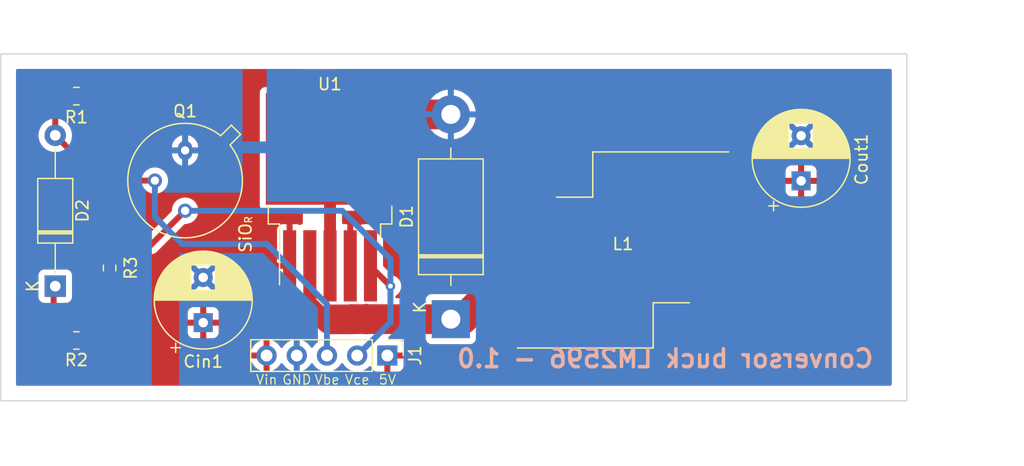
<source format=kicad_pcb>
(kicad_pcb (version 20211014) (generator pcbnew)
  (layers (0 "F.Cu" signal) (31 "B.Cu" signal) (34 "B.Paste" user) (35 "F.Paste" user) (36 "B.SilkS" user "B.Silkscreen") (37 "F.SilkS" user "F.Silkscreen") (38 "B.Mask" user) (39 "F.Mask" user) (44 "Edge.Cuts" user))
  (net 0 "")
  (net 1 "GND")
  (net 2 "/+5V")
  (net 3 "Net-(D2-Pad1)")
  (net 4 "/Vbe")
  (net 5 "/Vce")
  (net 6 "/Vin")
  (net 7 "/Vout")
  (footprint "Package_TO_SOT_THT:TO-39-3" (layer "F.Cu") (at 143.764 110.998 -90)
    (fp_text reference "Q1" (at -3.302 0 180) (layer "F.SilkS"))
    (fp_text value "2N2222")
    (fp_line (start -1.348039 -4.665856) (end -2.125856 -3.888039) (layer "F.SilkS") (width 0.12))
    (fp_line (start -2.125856 -3.888039) (end -1.234902 -2.997084) (layer "F.SilkS") (width 0.12))
    (fp_line (start -0.457084 -3.774902) (end -1.348039 -4.665856) (layer "F.SilkS") (width 0.12))
    (fp_arc (start -0.457084 -3.774902) (mid 5.948125 3.408384) (end -1.234674 -2.997371) (layer "F.SilkS") (width 0.12))
    (pad "1" thru_hole oval (at 0 0 270) (size 1.6 1.2) (drill 0.7) (layers *.Cu *.Mask) (net 1 "GND"))
    (pad "2" thru_hole oval (at 2.54 2.54 270) (size 1.2 1.2) (drill 0.7) (layers *.Cu *.Mask) (net 4 "/Vbe"))
    (pad "3" thru_hole oval (at 5.08 0 270) (size 1.2 1.2) (drill 0.7) (layers *.Cu *.Mask) (net 5 "/Vce"))
  )
  (footprint "Capacitor_THT:CP_Radial_D8.0mm_P3.80mm" (layer "F.Cu") (at 145.288 125.500651 90)
    (fp_text reference "Cin1" (at -3.277349 0 180) (layer "F.SilkS"))
    (fp_text value "560 uF")
    (fp_line (start 5.941 -0.768) (end 5.941 0.768) (layer "F.SilkS") (width 0.12))
    (fp_line (start 2.54 -4.03) (end 2.54 4.03) (layer "F.SilkS") (width 0.12))
    (fp_line (start 3.421 -3.79) (end 3.421 -1.04) (layer "F.SilkS") (width 0.12))
    (fp_line (start 5.381 -2.166) (end 5.381 2.166) (layer "F.SilkS") (width 0.12))
    (fp_line (start 2.661 -4.01) (end 2.661 4.01) (layer "F.SilkS") (width 0.12))
    (fp_line (start -2.109698 -2.715) (end -2.109698 -1.915) (layer "F.SilkS") (width 0.12))
    (fp_line (start 2.18 -4.071) (end 2.18 4.071) (layer "F.SilkS") (width 0.12))
    (fp_line (start 3.061 1.04) (end 3.061 3.914) (layer "F.SilkS") (width 0.12))
    (fp_line (start 4.021 1.04) (end 4.021 3.493) (layer "F.SilkS") (width 0.12))
    (fp_line (start 5.541 -1.89) (end 5.541 1.89) (layer "F.SilkS") (width 0.12))
    (fp_line (start 3.261 -3.85) (end 3.261 -1.04) (layer "F.SilkS") (width 0.12))
    (fp_line (start 4.261 -3.338) (end 4.261 -1.04) (layer "F.SilkS") (width 0.12))
    (fp_line (start 2.1 -4.076) (end 2.1 4.076) (layer "F.SilkS") (width 0.12))
    (fp_line (start 4.501 1.04) (end 4.501 3.156) (layer "F.SilkS") (width 0.12))
    (fp_line (start 2.42 -4.048) (end 2.42 4.048) (layer "F.SilkS") (width 0.12))
    (fp_line (start 4.821 1.04) (end 4.821 2.867) (layer "F.SilkS") (width 0.12))
    (fp_line (start 3.541 1.04) (end 3.541 3.74) (layer "F.SilkS") (width 0.12))
    (fp_line (start 4.341 -3.28) (end 4.341 -1.04) (layer "F.SilkS") (width 0.12))
    (fp_line (start 4.661 1.04) (end 4.661 3.019) (layer "F.SilkS") (width 0.12))
    (fp_line (start 4.261 1.04) (end 4.261 3.338) (layer "F.SilkS") (width 0.12))
    (fp_line (start 4.821 -2.867) (end 4.821 -1.04) (layer "F.SilkS") (width 0.12))
    (fp_line (start 5.221 -2.4) (end 5.221 2.4) (layer "F.SilkS") (width 0.12))
    (fp_line (start 2.781 -3.985) (end 2.781 -1.04) (layer "F.SilkS") (width 0.12))
    (fp_line (start 3.341 -3.821) (end 3.341 -1.04) (layer "F.SilkS") (width 0.12))
    (fp_line (start 2.901 -3.957) (end 2.901 -1.04) (layer "F.SilkS") (width 0.12))
    (fp_line (start 4.141 -3.418) (end 4.141 -1.04) (layer "F.SilkS") (width 0.12))
    (fp_line (start 2.58 -4.024) (end 2.58 4.024) (layer "F.SilkS") (width 0.12))
    (fp_line (start 4.061 1.04) (end 4.061 3.469) (layer "F.SilkS") (width 0.12))
    (fp_line (start 4.621 1.04) (end 4.621 3.055) (layer "F.SilkS") (width 0.12))
    (fp_line (start 4.541 1.04) (end 4.541 3.124) (layer "F.SilkS") (width 0.12))
    (fp_line (start 2.941 1.04) (end 2.941 3.947) (layer "F.SilkS") (width 0.12))
    (fp_line (start 2.02 -4.079) (end 2.02 4.079) (layer "F.SilkS") (width 0.12))
    (fp_line (start 4.741 1.04) (end 4.741 2.945) (layer "F.SilkS") (width 0.12))
    (fp_line (start 3.301 -3.835) (end 3.301 -1.04) (layer "F.SilkS") (width 0.12))
    (fp_line (start 5.741 -1.453) (end 5.741 1.453) (layer "F.SilkS") (width 0.12))
    (fp_line (start 4.461 1.04) (end 4.461 3.189) (layer "F.SilkS") (width 0.12))
    (fp_line (start 4.701 1.04) (end 4.701 2.983) (layer "F.SilkS") (width 0.12))
    (fp_line (start 3.741 1.04) (end 3.741 3.647) (layer "F.SilkS") (width 0.12))
    (fp_line (start 3.261 1.04) (end 3.261 3.85) (layer "F.SilkS") (width 0.12))
    (fp_line (start 3.061 -3.914) (end 3.061 -1.04) (layer "F.SilkS") (width 0.12))
    (fp_line (start 3.141 -3.889) (end 3.141 -1.04) (layer "F.SilkS") (width 0.12))
    (fp_line (start 5.621 -1.731) (end 5.621 1.731) (layer "F.SilkS") (width 0.12))
    (fp_line (start 4.181 -3.392) (end 4.181 -1.04) (layer "F.SilkS") (width 0.12))
    (fp_line (start 3.181 1.04) (end 3.181 3.877) (layer "F.SilkS") (width 0.12))
    (fp_line (start 5.661 -1.645) (end 5.661 1.645) (layer "F.SilkS") (width 0.12))
    (fp_line (start 4.701 -2.983) (end 4.701 -1.04) (layer "F.SilkS") (width 0.12))
    (fp_line (start 3.021 -3.925) (end 3.021 -1.04) (layer "F.SilkS") (width 0.12))
    (fp_line (start 3.381 1.04) (end 3.381 3.805) (layer "F.SilkS") (width 0.12))
    (fp_line (start 5.821 -1.229) (end 5.821 1.229) (layer "F.SilkS") (width 0.12))
    (fp_line (start 2.06 -4.077) (end 2.06 4.077) (layer "F.SilkS") (width 0.12))
    (fp_line (start 2.981 1.04) (end 2.981 3.936) (layer "F.SilkS") (width 0.12))
    (fp_line (start 4.981 -2.697) (end 4.981 2.697) (layer "F.SilkS") (width 0.12))
    (fp_line (start 4.301 1.04) (end 4.301 3.309) (layer "F.SilkS") (width 0.12))
    (fp_line (start 1.9 -4.08) (end 1.9 4.08) (layer "F.SilkS") (width 0.12))
    (fp_line (start 3.301 1.04) (end 3.301 3.835) (layer "F.SilkS") (width 0.12))
    (fp_line (start 4.541 -3.124) (end 4.541 -1.04) (layer "F.SilkS") (width 0.12))
    (fp_line (start 2.701 -4.002) (end 2.701 4.002) (layer "F.SilkS") (width 0.12))
    (fp_line (start 4.181 1.04) (end 4.181 3.392) (layer "F.SilkS") (width 0.12))
    (fp_line (start 2.34 -4.057) (end 2.34 4.057) (layer "F.SilkS") (width 0.12))
    (fp_line (start 4.381 -3.25) (end 4.381 -1.04) (layer "F.SilkS") (width 0.12))
    (fp_line (start 3.621 1.04) (end 3.621 3.704) (layer "F.SilkS") (width 0.12))
    (fp_line (start 4.941 -2.741) (end 4.941 2.741) (layer "F.SilkS") (width 0.12))
    (fp_line (start 2.621 -4.017) (end 2.621 4.017) (layer "F.SilkS") (width 0.12))
    (fp_line (start 5.901 -0.948) (end 5.901 0.948) (layer "F.SilkS") (width 0.12))
    (fp_line (start 3.341 1.04) (end 3.341 3.821) (layer "F.SilkS") (width 0.12))
    (fp_line (start 5.021 -2.651) (end 5.021 2.651) (layer "F.SilkS") (width 0.12))
    (fp_line (start 3.901 1.04) (end 3.901 3.562) (layer "F.SilkS") (width 0.12))
    (fp_line (start 3.621 -3.704) (end 3.621 -1.04) (layer "F.SilkS") (width 0.12))
    (fp_line (start 3.541 -3.74) (end 3.541 -1.04) (layer "F.SilkS") (width 0.12))
    (fp_line (start 2.941 -3.947) (end 2.941 -1.04) (layer "F.SilkS") (width 0.12))
    (fp_line (start 3.661 1.04) (end 3.661 3.686) (layer "F.SilkS") (width 0.12))
    (fp_line (start 3.661 -3.686) (end 3.661 -1.04) (layer "F.SilkS") (width 0.12))
    (fp_line (start 4.101 1.04) (end 4.101 3.444) (layer "F.SilkS") (width 0.12))
    (fp_line (start 3.861 1.04) (end 3.861 3.584) (layer "F.SilkS") (width 0.12))
    (fp_line (start 2.3 -4.061) (end 2.3 4.061) (layer "F.SilkS") (width 0.12))
    (fp_line (start 5.501 -1.964) (end 5.501 1.964) (layer "F.SilkS") (width 0.12))
    (fp_line (start 5.101 -2.556) (end 5.101 2.556) (layer "F.SilkS") (width 0.12))
    (fp_line (start 3.981 -3.517) (end 3.981 -1.04) (layer "F.SilkS") (width 0.12))
    (fp_line (start 3.421 1.04) (end 3.421 3.79) (layer "F.SilkS") (width 0.12))
    (fp_line (start 4.141 1.04) (end 4.141 3.418) (layer "F.SilkS") (width 0.12))
    (fp_line (start 3.181 -3.877) (end 3.181 -1.04) (layer "F.SilkS") (width 0.12))
    (fp_line (start 3.941 -3.54) (end 3.941 -1.04) (layer "F.SilkS") (width 0.12))
    (fp_line (start 4.661 -3.019) (end 4.661 -1.04) (layer "F.SilkS") (width 0.12))
    (fp_line (start 2.14 -4.074) (end 2.14 4.074) (layer "F.SilkS") (width 0.12))
    (fp_line (start 2.38 -4.052) (end 2.38 4.052) (layer "F.SilkS") (width 0.12))
    (fp_line (start 2.861 -3.967) (end 2.861 -1.04) (layer "F.SilkS") (width 0.12))
    (fp_line (start 4.621 -3.055) (end 4.621 -1.04) (layer "F.SilkS") (width 0.12))
    (fp_line (start 4.301 -3.309) (end 4.301 -1.04) (layer "F.SilkS") (width 0.12))
    (fp_line (start 5.181 -2.454) (end 5.181 2.454) (layer "F.SilkS") (width 0.12))
    (fp_line (start 3.141 1.04) (end 3.141 3.889) (layer "F.SilkS") (width 0.12))
    (fp_line (start 4.581 -3.09) (end 4.581 -1.04) (layer "F.SilkS") (width 0.12))
    (fp_line (start 2.901 1.04) (end 2.901 3.957) (layer "F.SilkS") (width 0.12))
    (fp_line (start 3.901 -3.562) (end 3.901 -1.04) (layer "F.SilkS") (width 0.12))
    (fp_line (start 2.821 1.04) (end 2.821 3.976) (layer "F.SilkS") (width 0.12))
    (fp_line (start 4.781 1.04) (end 4.781 2.907) (layer "F.SilkS") (width 0.12))
    (fp_line (start 3.581 -3.722) (end 3.581 -1.04) (layer "F.SilkS") (width 0.12))
    (fp_line (start 4.421 -3.22) (end 4.421 -1.04) (layer "F.SilkS") (width 0.12))
    (fp_line (start 3.101 1.04) (end 3.101 3.902) (layer "F.SilkS") (width 0.12))
    (fp_line (start 5.461 -2.034) (end 5.461 2.034) (layer "F.SilkS") (width 0.12))
    (fp_line (start 5.581 -1.813) (end 5.581 1.813) (layer "F.SilkS") (width 0.12))
    (fp_line (start 5.701 -1.552) (end 5.701 1.552) (layer "F.SilkS") (width 0.12))
    (fp_line (start 2.46 -4.042) (end 2.46 4.042) (layer "F.SilkS") (width 0.12))
    (fp_line (start 1.94 -4.08) (end 1.94 4.08) (layer "F.SilkS") (width 0.12))
    (fp_line (start 5.301 -2.287) (end 5.301 2.287) (layer "F.SilkS") (width 0.12))
    (fp_line (start 2.821 -3.976) (end 2.821 -1.04) (layer "F.SilkS") (width 0.12))
    (fp_line (start 2.22 -4.068) (end 2.22 4.068) (layer "F.SilkS") (width 0.12))
    (fp_line (start 3.701 -3.666) (end 3.701 -1.04) (layer "F.SilkS") (width 0.12))
    (fp_line (start 3.461 1.04) (end 3.461 3.774) (layer "F.SilkS") (width 0.12))
    (fp_line (start 3.701 1.04) (end 3.701 3.666) (layer "F.SilkS") (width 0.12))
    (fp_line (start 3.501 -3.757) (end 3.501 -1.04) (layer "F.SilkS") (width 0.12))
    (fp_line (start 3.101 -3.902) (end 3.101 -1.04) (layer "F.SilkS") (width 0.12))
    (fp_line (start 3.821 1.04) (end 3.821 3.606) (layer "F.SilkS") (width 0.12))
    (fp_line (start 4.741 -2.945) (end 4.741 -1.04) (layer "F.SilkS") (width 0.12))
    (fp_line (start 4.781 -2.907) (end 4.781 -1.04) (layer "F.SilkS") (width 0.12))
    (fp_line (start 4.061 -3.469) (end 4.061 -1.04) (layer "F.SilkS") (width 0.12))
    (fp_line (start 2.26 -4.065) (end 2.26 4.065) (layer "F.SilkS") (width 0.12))
    (fp_line (start 2.5 -4.037) (end 2.5 4.037) (layer "F.SilkS") (width 0.12))
    (fp_line (start 5.141 -2.505) (end 5.141 2.505) (layer "F.SilkS") (width 0.12))
    (fp_line (start 4.341 1.04) (end 4.341 3.28) (layer "F.SilkS") (width 0.12))
    (fp_line (start 3.781 -3.627) (end 3.781 -1.04) (layer "F.SilkS") (width 0.12))
    (fp_line (start 5.781 -1.346) (end 5.781 1.346) (layer "F.SilkS") (width 0.12))
    (fp_line (start 3.741 -3.647) (end 3.741 -1.04) (layer "F.SilkS") (width 0.12))
    (fp_line (start 3.221 1.04) (end 3.221 3.863) (layer "F.SilkS") (width 0.12))
    (fp_line (start 4.221 -3.365) (end 4.221 -1.04) (layer "F.SilkS") (width 0.12))
    (fp_line (start 2.981 -3.936) (end 2.981 -1.04) (layer "F.SilkS") (width 0.12))
    (fp_line (start 4.901 -2.784) (end 4.901 2.784) (layer "F.SilkS") (width 0.12))
    (fp_line (start 2.741 -3.994) (end 2.741 3.994) (layer "F.SilkS") (width 0.12))
    (fp_line (start 4.501 -3.156) (end 4.501 -1.04) (layer "F.SilkS") (width 0.12))
    (fp_line (start 2.861 1.04) (end 2.861 3.967) (layer "F.SilkS") (width 0.12))
    (fp_line (start 4.381 1.04) (end 4.381 3.25) (layer "F.SilkS") (width 0.12))
    (fp_line (start -2.509698 -2.315) (end -1.709698 -2.315) (layer "F.SilkS") (width 0.12))
    (fp_line (start 5.861 -1.098) (end 5.861 1.098) (layer "F.SilkS") (width 0.12))
    (fp_line (start 5.981 -0.533) (end 5.981 0.533) (layer "F.SilkS") (width 0.12))
    (fp_line (start 3.981 1.04) (end 3.981 3.517) (layer "F.SilkS") (width 0.12))
    (fp_line (start 4.221 1.04) (end 4.221 3.365) (layer "F.SilkS") (width 0.12))
    (fp_line (start 4.581 1.04) (end 4.581 3.09) (layer "F.SilkS") (width 0.12))
    (fp_line (start 3.821 -3.606) (end 3.821 -1.04) (layer "F.SilkS") (width 0.12))
    (fp_line (start 3.501 1.04) (end 3.501 3.757) (layer "F.SilkS") (width 0.12))
    (fp_line (start 2.781 1.04) (end 2.781 3.985) (layer "F.SilkS") (width 0.12))
    (fp_line (start 3.861 -3.584) (end 3.861 -1.04) (layer "F.SilkS") (width 0.12))
    (fp_line (start 4.021 -3.493) (end 4.021 -1.04) (layer "F.SilkS") (width 0.12))
    (fp_line (start 5.421 -2.102) (end 5.421 2.102) (layer "F.SilkS") (width 0.12))
    (fp_line (start 3.381 -3.805) (end 3.381 -1.04) (layer "F.SilkS") (width 0.12))
    (fp_line (start 3.461 -3.774) (end 3.461 -1.04) (layer "F.SilkS") (width 0.12))
    (fp_line (start 4.421 1.04) (end 4.421 3.22) (layer "F.SilkS") (width 0.12))
    (fp_line (start 4.101 -3.444) (end 4.101 -1.04) (layer "F.SilkS") (width 0.12))
    (fp_line (start 1.98 -4.08) (end 1.98 4.08) (layer "F.SilkS") (width 0.12))
    (fp_line (start 3.941 1.04) (end 3.941 3.54) (layer "F.SilkS") (width 0.12))
    (fp_line (start 4.861 -2.826) (end 4.861 2.826) (layer "F.SilkS") (width 0.12))
    (fp_line (start 3.021 1.04) (end 3.021 3.925) (layer "F.SilkS") (width 0.12))
    (fp_line (start 5.341 -2.228) (end 5.341 2.228) (layer "F.SilkS") (width 0.12))
    (fp_line (start 3.781 1.04) (end 3.781 3.627) (layer "F.SilkS") (width 0.12))
    (fp_line (start 4.461 -3.189) (end 4.461 -1.04) (layer "F.SilkS") (width 0.12))
    (fp_line (start 5.261 -2.345) (end 5.261 2.345) (layer "F.SilkS") (width 0.12))
    (fp_line (start 5.061 -2.604) (end 5.061 2.604) (layer "F.SilkS") (width 0.12))
    (fp_line (start 3.581 1.04) (end 3.581 3.722) (layer "F.SilkS") (width 0.12))
    (fp_line (start 3.221 -3.863) (end 3.221 -1.04) (layer "F.SilkS") (width 0.12))
    (fp_circle (center 1.9 0) (end 6.02 0) (layer "F.SilkS") (width 0.12) (fill none))
    (pad "1" thru_hole rect (at 0 0 90) (size 1.6 1.6) (drill 0.8) (layers *.Cu *.Mask) (net 6 "/Vin"))
    (pad "2" thru_hole circle (at 3.8 0 90) (size 1.6 1.6) (drill 0.8) (layers *.Cu *.Mask) (net 1 "GND"))
  )
  (footprint "Capacitor_THT:CP_Radial_D8.0mm_P3.80mm" (layer "F.Cu") (at 195.58 113.562651 90)
    (fp_text reference "Cout1" (at 1.802651 5.08 90) (layer "F.SilkS"))
    (fp_text value "560 uF")
    (fp_line (start 4.141 1.04) (end 4.141 3.418) (layer "F.SilkS") (width 0.12))
    (fp_line (start 5.581 -1.813) (end 5.581 1.813) (layer "F.SilkS") (width 0.12))
    (fp_line (start 3.741 1.04) (end 3.741 3.647) (layer "F.SilkS") (width 0.12))
    (fp_line (start 3.501 1.04) (end 3.501 3.757) (layer "F.SilkS") (width 0.12))
    (fp_line (start 3.501 -3.757) (end 3.501 -1.04) (layer "F.SilkS") (width 0.12))
    (fp_line (start -2.109698 -2.715) (end -2.109698 -1.915) (layer "F.SilkS") (width 0.12))
    (fp_line (start 1.94 -4.08) (end 1.94 4.08) (layer "F.SilkS") (width 0.12))
    (fp_line (start 3.461 -3.774) (end 3.461 -1.04) (layer "F.SilkS") (width 0.12))
    (fp_line (start 4.901 -2.784) (end 4.901 2.784) (layer "F.SilkS") (width 0.12))
    (fp_line (start 3.101 -3.902) (end 3.101 -1.04) (layer "F.SilkS") (width 0.12))
    (fp_line (start 4.541 -3.124) (end 4.541 -1.04) (layer "F.SilkS") (width 0.12))
    (fp_line (start 3.421 1.04) (end 3.421 3.79) (layer "F.SilkS") (width 0.12))
    (fp_line (start 2.54 -4.03) (end 2.54 4.03) (layer "F.SilkS") (width 0.12))
    (fp_line (start 4.381 1.04) (end 4.381 3.25) (layer "F.SilkS") (width 0.12))
    (fp_line (start 2.58 -4.024) (end 2.58 4.024) (layer "F.SilkS") (width 0.12))
    (fp_line (start 4.821 1.04) (end 4.821 2.867) (layer "F.SilkS") (width 0.12))
    (fp_line (start 5.821 -1.229) (end 5.821 1.229) (layer "F.SilkS") (width 0.12))
    (fp_line (start 5.101 -2.556) (end 5.101 2.556) (layer "F.SilkS") (width 0.12))
    (fp_line (start 2.14 -4.074) (end 2.14 4.074) (layer "F.SilkS") (width 0.12))
    (fp_line (start 5.341 -2.228) (end 5.341 2.228) (layer "F.SilkS") (width 0.12))
    (fp_line (start 4.101 1.04) (end 4.101 3.444) (layer "F.SilkS") (width 0.12))
    (fp_line (start 4.381 -3.25) (end 4.381 -1.04) (layer "F.SilkS") (width 0.12))
    (fp_line (start 4.941 -2.741) (end 4.941 2.741) (layer "F.SilkS") (width 0.12))
    (fp_line (start 3.901 -3.562) (end 3.901 -1.04) (layer "F.SilkS") (width 0.12))
    (fp_line (start 2.3 -4.061) (end 2.3 4.061) (layer "F.SilkS") (width 0.12))
    (fp_line (start 5.541 -1.89) (end 5.541 1.89) (layer "F.SilkS") (width 0.12))
    (fp_line (start 4.181 1.04) (end 4.181 3.392) (layer "F.SilkS") (width 0.12))
    (fp_line (start 2.821 -3.976) (end 2.821 -1.04) (layer "F.SilkS") (width 0.12))
    (fp_line (start 4.221 -3.365) (end 4.221 -1.04) (layer "F.SilkS") (width 0.12))
    (fp_line (start 5.461 -2.034) (end 5.461 2.034) (layer "F.SilkS") (width 0.12))
    (fp_line (start 4.181 -3.392) (end 4.181 -1.04) (layer "F.SilkS") (width 0.12))
    (fp_line (start 4.501 -3.156) (end 4.501 -1.04) (layer "F.SilkS") (width 0.12))
    (fp_line (start 3.701 -3.666) (end 3.701 -1.04) (layer "F.SilkS") (width 0.12))
    (fp_line (start 3.061 -3.914) (end 3.061 -1.04) (layer "F.SilkS") (width 0.12))
    (fp_line (start 2.901 1.04) (end 2.901 3.957) (layer "F.SilkS") (width 0.12))
    (fp_line (start 4.021 1.04) (end 4.021 3.493) (layer "F.SilkS") (width 0.12))
    (fp_line (start 5.861 -1.098) (end 5.861 1.098) (layer "F.SilkS") (width 0.12))
    (fp_line (start 4.781 1.04) (end 4.781 2.907) (layer "F.SilkS") (width 0.12))
    (fp_line (start 4.741 1.04) (end 4.741 2.945) (layer "F.SilkS") (width 0.12))
    (fp_line (start 2.5 -4.037) (end 2.5 4.037) (layer "F.SilkS") (width 0.12))
    (fp_line (start 3.861 1.04) (end 3.861 3.584) (layer "F.SilkS") (width 0.12))
    (fp_line (start 3.541 -3.74) (end 3.541 -1.04) (layer "F.SilkS") (width 0.12))
    (fp_line (start 4.461 -3.189) (end 4.461 -1.04) (layer "F.SilkS") (width 0.12))
    (fp_line (start 4.061 -3.469) (end 4.061 -1.04) (layer "F.SilkS") (width 0.12))
    (fp_line (start 3.461 1.04) (end 3.461 3.774) (layer "F.SilkS") (width 0.12))
    (fp_line (start 5.221 -2.4) (end 5.221 2.4) (layer "F.SilkS") (width 0.12))
    (fp_line (start 5.661 -1.645) (end 5.661 1.645) (layer "F.SilkS") (width 0.12))
    (fp_line (start 2.861 1.04) (end 2.861 3.967) (layer "F.SilkS") (width 0.12))
    (fp_line (start 3.581 1.04) (end 3.581 3.722) (layer "F.SilkS") (width 0.12))
    (fp_line (start 4.821 -2.867) (end 4.821 -1.04) (layer "F.SilkS") (width 0.12))
    (fp_line (start 2.821 1.04) (end 2.821 3.976) (layer "F.SilkS") (width 0.12))
    (fp_line (start 5.061 -2.604) (end 5.061 2.604) (layer "F.SilkS") (width 0.12))
    (fp_line (start 4.701 -2.983) (end 4.701 -1.04) (layer "F.SilkS") (width 0.12))
    (fp_line (start 4.581 -3.09) (end 4.581 -1.04) (layer "F.SilkS") (width 0.12))
    (fp_line (start 5.381 -2.166) (end 5.381 2.166) (layer "F.SilkS") (width 0.12))
    (fp_line (start 4.141 -3.418) (end 4.141 -1.04) (layer "F.SilkS") (width 0.12))
    (fp_line (start 2.06 -4.077) (end 2.06 4.077) (layer "F.SilkS") (width 0.12))
    (fp_line (start 3.181 -3.877) (end 3.181 -1.04) (layer "F.SilkS") (width 0.12))
    (fp_line (start 3.021 -3.925) (end 3.021 -1.04) (layer "F.SilkS") (width 0.12))
    (fp_line (start 2.741 -3.994) (end 2.741 3.994) (layer "F.SilkS") (width 0.12))
    (fp_line (start 4.861 -2.826) (end 4.861 2.826) (layer "F.SilkS") (width 0.12))
    (fp_line (start 4.301 1.04) (end 4.301 3.309) (layer "F.SilkS") (width 0.12))
    (fp_line (start 2.02 -4.079) (end 2.02 4.079) (layer "F.SilkS") (width 0.12))
    (fp_line (start 3.381 -3.805) (end 3.381 -1.04) (layer "F.SilkS") (width 0.12))
    (fp_line (start 3.341 1.04) (end 3.341 3.821) (layer "F.SilkS") (width 0.12))
    (fp_line (start 4.301 -3.309) (end 4.301 -1.04) (layer "F.SilkS") (width 0.12))
    (fp_line (start 5.981 -0.533) (end 5.981 0.533) (layer "F.SilkS") (width 0.12))
    (fp_line (start 5.181 -2.454) (end 5.181 2.454) (layer "F.SilkS") (width 0.12))
    (fp_line (start 3.941 1.04) (end 3.941 3.54) (layer "F.SilkS") (width 0.12))
    (fp_line (start 4.581 1.04) (end 4.581 3.09) (layer "F.SilkS") (width 0.12))
    (fp_line (start 5.781 -1.346) (end 5.781 1.346) (layer "F.SilkS") (width 0.12))
    (fp_line (start 2.901 -3.957) (end 2.901 -1.04) (layer "F.SilkS") (width 0.12))
    (fp_line (start 3.621 1.04) (end 3.621 3.704) (layer "F.SilkS") (width 0.12))
    (fp_line (start 2.1 -4.076) (end 2.1 4.076) (layer "F.SilkS") (width 0.12))
    (fp_line (start 3.701 1.04) (end 3.701 3.666) (layer "F.SilkS") (width 0.12))
    (fp_line (start 3.181 1.04) (end 3.181 3.877) (layer "F.SilkS") (width 0.12))
    (fp_line (start 3.741 -3.647) (end 3.741 -1.04) (layer "F.SilkS") (width 0.12))
    (fp_line (start 4.781 -2.907) (end 4.781 -1.04) (layer "F.SilkS") (width 0.12))
    (fp_line (start 3.821 -3.606) (end 3.821 -1.04) (layer "F.SilkS") (width 0.12))
    (fp_line (start 4.741 -2.945) (end 4.741 -1.04) (layer "F.SilkS") (width 0.12))
    (fp_line (start 5.941 -0.768) (end 5.941 0.768) (layer "F.SilkS") (width 0.12))
    (fp_line (start 3.141 1.04) (end 3.141 3.889) (layer "F.SilkS") (width 0.12))
    (fp_line (start 2.781 1.04) (end 2.781 3.985) (layer "F.SilkS") (width 0.12))
    (fp_line (start 2.781 -3.985) (end 2.781 -1.04) (layer "F.SilkS") (width 0.12))
    (fp_line (start 3.221 1.04) (end 3.221 3.863) (layer "F.SilkS") (width 0.12))
    (fp_line (start 5.021 -2.651) (end 5.021 2.651) (layer "F.SilkS") (width 0.12))
    (fp_line (start 5.141 -2.505) (end 5.141 2.505) (layer "F.SilkS") (width 0.12))
    (fp_line (start 3.261 -3.85) (end 3.261 -1.04) (layer "F.SilkS") (width 0.12))
    (fp_line (start 4.421 1.04) (end 4.421 3.22) (layer "F.SilkS") (width 0.12))
    (fp_line (start 3.541 1.04) (end 3.541 3.74) (layer "F.SilkS") (width 0.12))
    (fp_line (start 3.021 1.04) (end 3.021 3.925) (layer "F.SilkS") (width 0.12))
    (fp_line (start 3.901 1.04) (end 3.901 3.562) (layer "F.SilkS") (width 0.12))
    (fp_line (start 2.701 -4.002) (end 2.701 4.002) (layer "F.SilkS") (width 0.12))
    (fp_line (start 4.021 -3.493) (end 4.021 -1.04) (layer "F.SilkS") (width 0.12))
    (fp_line (start 3.141 -3.889) (end 3.141 -1.04) (layer "F.SilkS") (width 0.12))
    (fp_line (start 3.221 -3.863) (end 3.221 -1.04) (layer "F.SilkS") (width 0.12))
    (fp_line (start 4.341 -3.28) (end 4.341 -1.04) (layer "F.SilkS") (width 0.12))
    (fp_line (start 2.981 -3.936) (end 2.981 -1.04) (layer "F.SilkS") (width 0.12))
    (fp_line (start 2.621 -4.017) (end 2.621 4.017) (layer "F.SilkS") (width 0.12))
    (fp_line (start 3.821 1.04) (end 3.821 3.606) (layer "F.SilkS") (width 0.12))
    (fp_line (start 3.341 -3.821) (end 3.341 -1.04) (layer "F.SilkS") (width 0.12))
    (fp_line (start 5.701 -1.552) (end 5.701 1.552) (layer "F.SilkS") (width 0.12))
    (fp_line (start 4.621 -3.055) (end 4.621 -1.04) (layer "F.SilkS") (width 0.12))
    (fp_line (start 5.501 -1.964) (end 5.501 1.964) (layer "F.SilkS") (width 0.12))
    (fp_line (start 2.661 -4.01) (end 2.661 4.01) (layer "F.SilkS") (width 0.12))
    (fp_line (start 2.42 -4.048) (end 2.42 4.048) (layer "F.SilkS") (width 0.12))
    (fp_line (start 5.301 -2.287) (end 5.301 2.287) (layer "F.SilkS") (width 0.12))
    (fp_line (start 4.341 1.04) (end 4.341 3.28) (layer "F.SilkS") (width 0.12))
    (fp_line (start 2.38 -4.052) (end 2.38 4.052) (layer "F.SilkS") (width 0.12))
    (fp_line (start 3.421 -3.79) (end 3.421 -1.04) (layer "F.SilkS") (width 0.12))
    (fp_line (start 3.861 -3.584) (end 3.861 -1.04) (layer "F.SilkS") (width 0.12))
    (fp_line (start 2.861 -3.967) (end 2.861 -1.04) (layer "F.SilkS") (width 0.12))
    (fp_line (start 5.421 -2.102) (end 5.421 2.102) (layer "F.SilkS") (width 0.12))
    (fp_line (start 2.981 1.04) (end 2.981 3.936) (layer "F.SilkS") (width 0.12))
    (fp_line (start 4.101 -3.444) (end 4.101 -1.04) (layer "F.SilkS") (width 0.12))
    (fp_line (start 3.661 1.04) (end 3.661 3.686) (layer "F.SilkS") (width 0.12))
    (fp_line (start 2.22 -4.068) (end 2.22 4.068) (layer "F.SilkS") (width 0.12))
    (fp_line (start 3.381 1.04) (end 3.381 3.805) (layer "F.SilkS") (width 0.12))
    (fp_line (start 5.741 -1.453) (end 5.741 1.453) (layer "F.SilkS") (width 0.12))
    (fp_line (start 3.101 1.04) (end 3.101 3.902) (layer "F.SilkS") (width 0.12))
    (fp_line (start 4.621 1.04) (end 4.621 3.055) (layer "F.SilkS") (width 0.12))
    (fp_line (start 3.621 -3.704) (end 3.621 -1.04) (layer "F.SilkS") (width 0.12))
    (fp_line (start 3.781 -3.627) (end 3.781 -1.04) (layer "F.SilkS") (width 0.12))
    (fp_line (start 3.061 1.04) (end 3.061 3.914) (layer "F.SilkS") (width 0.12))
    (fp_line (start 3.301 1.04) (end 3.301 3.835) (layer "F.SilkS") (width 0.12))
    (fp_line (start 3.261 1.04) (end 3.261 3.85) (layer "F.SilkS") (width 0.12))
    (fp_line (start 5.261 -2.345) (end 5.261 2.345) (layer "F.SilkS") (width 0.12))
    (fp_line (start 2.26 -4.065) (end 2.26 4.065) (layer "F.SilkS") (width 0.12))
    (fp_line (start 4.501 1.04) (end 4.501 3.156) (layer "F.SilkS") (width 0.12))
    (fp_line (start 3.781 1.04) (end 3.781 3.627) (layer "F.SilkS") (width 0.12))
    (fp_line (start 2.18 -4.071) (end 2.18 4.071) (layer "F.SilkS") (width 0.12))
    (fp_line (start 4.701 1.04) (end 4.701 2.983) (layer "F.SilkS") (width 0.12))
    (fp_line (start 4.461 1.04) (end 4.461 3.189) (layer "F.SilkS") (width 0.12))
    (fp_line (start 4.261 1.04) (end 4.261 3.338) (layer "F.SilkS") (width 0.12))
    (fp_line (start 4.541 1.04) (end 4.541 3.124) (layer "F.SilkS") (width 0.12))
    (fp_line (start 4.661 1.04) (end 4.661 3.019) (layer "F.SilkS") (width 0.12))
    (fp_line (start 3.941 -3.54) (end 3.941 -1.04) (layer "F.SilkS") (width 0.12))
    (fp_line (start 4.421 -3.22) (end 4.421 -1.04) (layer "F.SilkS") (width 0.12))
    (fp_line (start 3.661 -3.686) (end 3.661 -1.04) (layer "F.SilkS") (width 0.12))
    (fp_line (start 3.301 -3.835) (end 3.301 -1.04) (layer "F.SilkS") (width 0.12))
    (fp_line (start 2.941 -3.947) (end 2.941 -1.04) (layer "F.SilkS") (width 0.12))
    (fp_line (start 2.46 -4.042) (end 2.46 4.042) (layer "F.SilkS") (width 0.12))
    (fp_line (start -2.509698 -2.315) (end -1.709698 -2.315) (layer "F.SilkS") (width 0.12))
    (fp_line (start 3.981 -3.517) (end 3.981 -1.04) (layer "F.SilkS") (width 0.12))
    (fp_line (start 4.221 1.04) (end 4.221 3.365) (layer "F.SilkS") (width 0.12))
    (fp_line (start 5.621 -1.731) (end 5.621 1.731) (layer "F.SilkS") (width 0.12))
    (fp_line (start 3.581 -3.722) (end 3.581 -1.04) (layer "F.SilkS") (width 0.12))
    (fp_line (start 1.98 -4.08) (end 1.98 4.08) (layer "F.SilkS") (width 0.12))
    (fp_line (start 3.981 1.04) (end 3.981 3.517) (layer "F.SilkS") (width 0.12))
    (fp_line (start 2.34 -4.057) (end 2.34 4.057) (layer "F.SilkS") (width 0.12))
    (fp_line (start 2.941 1.04) (end 2.941 3.947) (layer "F.SilkS") (width 0.12))
    (fp_line (start 1.9 -4.08) (end 1.9 4.08) (layer "F.SilkS") (width 0.12))
    (fp_line (start 4.061 1.04) (end 4.061 3.469) (layer "F.SilkS") (width 0.12))
    (fp_line (start 4.981 -2.697) (end 4.981 2.697) (layer "F.SilkS") (width 0.12))
    (fp_line (start 5.901 -0.948) (end 5.901 0.948) (layer "F.SilkS") (width 0.12))
    (fp_line (start 4.261 -3.338) (end 4.261 -1.04) (layer "F.SilkS") (width 0.12))
    (fp_line (start 4.661 -3.019) (end 4.661 -1.04) (layer "F.SilkS") (width 0.12))
    (fp_circle (center 1.9 0) (end 6.02 0) (layer "F.SilkS") (width 0.12) (fill none))
    (pad "1" thru_hole rect (at 0 0 90) (size 1.6 1.6) (drill 0.8) (layers *.Cu *.Mask) (net 2 "/+5V"))
    (pad "2" thru_hole circle (at 3.8 0 90) (size 1.6 1.6) (drill 0.8) (layers *.Cu *.Mask) (net 1 "GND"))
  )
  (footprint "Resistor_SMD:R_0805_2012Metric" (layer "F.Cu") (at 134.62 106.426)
    (fp_text reference "R1" (at 0 1.778) (layer "F.SilkS"))
    (fp_text value "12k")
    (fp_line (start -0.227064 -0.735) (end 0.227064 -0.735) (layer "F.SilkS") (width 0.12))
    (fp_line (start -0.227064 0.735) (end 0.227064 0.735) (layer "F.SilkS") (width 0.12))
    (pad "1" smd roundrect (at -1.9125 0) (size 3.025 1.4) (layers "F.Cu" "F.Paste" "F.Mask") (roundrect_rratio 0.2439021429) (net 4 "/Vbe"))
    (pad "2" smd roundrect (at 1.9125 0) (size 3.025 1.4) (layers "F.Cu" "F.Paste" "F.Mask") (roundrect_rratio 0.2439021429) (net 1 "GND"))
  )
  (footprint "Diode_THT:D_DO-201AD_P15.24mm_Horizontal" (layer "F.Cu") (at 166.116 124.206 90)
    (fp_text reference "D1" (at 7.62 -3.72 90) (layer "F.SilkS"))
    (fp_text value "D_Schottky")
    (fp_text user "K" (at 0 -2.6 90) (layer "F.SilkS"))
    (fp_line (start 2.75 -2.72) (end 2.75 2.72) (layer "F.SilkS") (width 0.12))
    (fp_line (start 1.84 0) (end 2.75 0) (layer "F.SilkS") (width 0.12))
    (fp_line (start 4.415 -2.72) (end 4.415 2.72) (layer "F.SilkS") (width 0.12))
    (fp_line (start 4.295 -2.72) (end 4.295 2.72) (layer "F.SilkS") (width 0.12))
    (fp_line (start 13.4 0) (end 12.49 0) (layer "F.SilkS") (width 0.12))
    (fp_line (start 12.49 -2.72) (end 2.75 -2.72) (layer "F.SilkS") (width 0.12))
    (fp_line (start 12.49 2.72) (end 12.49 -2.72) (layer "F.SilkS") (width 0.12))
    (fp_line (start 2.75 2.72) (end 12.49 2.72) (layer "F.SilkS") (width 0.12))
    (fp_line (start 4.175 -2.72) (end 4.175 2.72) (layer "F.SilkS") (width 0.12))
    (pad "1" thru_hole rect (at -1 0 90) (size 3.2 3.2) (drill 1.6) (layers *.Cu *.Mask) (net 7 "/Vout"))
    (pad "2" thru_hole oval (at 16.24 0 90) (size 3.2 3.2) (drill 1.6) (layers *.Cu *.Mask) (net 1 "GND"))
  )
  (footprint "Diode_THT:D_A-405_P12.70mm_Horizontal" (layer "F.Cu") (at 132.842 122.428 90)
    (fp_text reference "D2" (at 6.35 2.286 90) (layer "F.SilkS"))
    (fp_text value "D_Zener")
    (fp_text user "K" (at 0 -1.9 90) (layer "F.SilkS"))
    (fp_line (start 4.41 -1.47) (end 4.41 1.47) (layer "F.SilkS") (width 0.12))
    (fp_line (start 11.56 0) (end 9.07 0) (layer "F.SilkS") (width 0.12))
    (fp_line (start 4.65 -1.47) (end 4.65 1.47) (layer "F.SilkS") (width 0.12))
    (fp_line (start 3.63 1.47) (end 9.07 1.47) (layer "F.SilkS") (width 0.12))
    (fp_line (start 9.07 1.47) (end 9.07 -1.47) (layer "F.SilkS") (width 0.12))
    (fp_line (start 9.07 -1.47) (end 3.63 -1.47) (layer "F.SilkS") (width 0.12))
    (fp_line (start 3.63 -1.47) (end 3.63 1.47) (layer "F.SilkS") (width 0.12))
    (fp_line (start 1.14 0) (end 3.63 0) (layer "F.SilkS") (width 0.12))
    (fp_line (start 4.53 -1.47) (end 4.53 1.47) (layer "F.SilkS") (width 0.12))
    (pad "1" thru_hole rect (at 0 0 90) (size 1.8 1.8) (drill 0.9) (layers *.Cu *.Mask) (net 3 "Net-(D2-Pad1)"))
    (pad "2" thru_hole oval (at 12.7 0 90) (size 1.8 1.8) (drill 0.9) (layers *.Cu *.Mask) (net 4 "/Vbe"))
  )
  (footprint "TFG:PE-54041" (layer "F.Cu") (at 180.594 119.38)
    (fp_text reference "L1" (at 0 -0.5 unlocked) (layer "F.SilkS"))
    (fp_text value "25 uH")
    (fp_line (start -2.54 -8.255) (end 8.89 -8.255) (layer "F.SilkS") (width 0.12))
    (fp_line (start -2.54 -8.255) (end -2.54 -4.445) (layer "F.SilkS") (width 0.12))
    (fp_line (start 2.54 4.445) (end 5.588 4.445) (layer "F.SilkS") (width 0.12))
    (fp_line (start 2.54 4.445) (end 2.54 8.255) (layer "F.SilkS") (width 0.12))
    (fp_line (start -2.54 -4.445) (end -5.588 -4.445) (layer "F.SilkS") (width 0.12))
    (fp_line (start 2.54 8.255) (end -8.89 8.255) (layer "F.SilkS") (width 0.12))
    (pad "1" smd roundrect (at -7.62 0) (size 3.04 15.75) (layers "F.Cu" "F.Paste" "F.Mask") (roundrect_rratio 0.5) (net 7 "/Vout"))
    (pad "2" smd roundrect (at 7.62 0) (size 3.04 15.75) (layers "F.Cu" "F.Paste" "F.Mask") (roundrect_rratio 0.5) (net 2 "/+5V"))
  )
  (footprint "Resistor_SMD:R_0805_2012Metric" (layer "F.Cu") (at 134.62 127 180)
    (fp_text reference "R2" (at 0 -1.65) (layer "F.SilkS"))
    (fp_text value "15k")
    (fp_line (start -0.227064 -0.735) (end 0.227064 -0.735) (layer "F.SilkS") (width 0.12))
    (fp_line (start -0.227064 0.735) (end 0.227064 0.735) (layer "F.SilkS") (width 0.12))
    (pad "1" smd roundrect (at -1.9125 0 180) (size 3.025 1.4) (layers "F.Cu" "F.Paste" "F.Mask") (roundrect_rratio 0.2439021429) (net 6 "/Vin"))
    (pad "2" smd roundrect (at 1.9125 0 180) (size 3.025 1.4) (layers "F.Cu" "F.Paste" "F.Mask") (roundrect_rratio 0.2439021429) (net 3 "Net-(D2-Pad1)"))
  )
  (footprint "Connector_PinHeader_2.54mm:PinHeader_1x05_P2.54mm_Vertical" (layer "F.Cu") (at 160.777 128.27 -90)
    (fp_text reference "J1" (at 0 -2.33 90) (layer "F.SilkS"))
    (fp_text value "Conn_01x05")
    (fp_line (start -1.33 1.27) (end 1.33 1.27) (layer "F.SilkS") (width 0.12))
    (fp_line (start -1.33 0) (end -1.33 -1.33) (layer "F.SilkS") (width 0.12))
    (fp_line (start 1.33 1.27) (end 1.33 11.49) (layer "F.SilkS") (width 0.12))
    (fp_line (start -1.33 -1.33) (end 0 -1.33) (layer "F.SilkS") (width 0.12))
    (fp_line (start -1.33 11.49) (end 1.33 11.49) (layer "F.SilkS") (width 0.12))
    (fp_line (start -1.33 1.27) (end -1.33 11.49) (layer "F.SilkS") (width 0.12))
    (pad "1" thru_hole rect (at 0 0 270) (size 1.7 1.7) (drill 1) (layers *.Cu *.Mask) (net 2 "/+5V"))
    (pad "2" thru_hole oval (at 0 2.54 270) (size 1.7 1.7) (drill 1) (layers *.Cu *.Mask) (net 5 "/Vce"))
    (pad "3" thru_hole oval (at 0 5.08 270) (size 1.7 1.7) (drill 1) (layers *.Cu *.Mask) (net 4 "/Vbe"))
    (pad "4" thru_hole oval (at 0 7.62 270) (size 1.7 1.7) (drill 1) (layers *.Cu *.Mask) (net 1 "GND"))
    (pad "5" thru_hole oval (at 0 10.16 270) (size 1.7 1.7) (drill 1) (layers *.Cu *.Mask) (net 6 "/Vin"))
  )
  (footprint "Package_TO_SOT_SMD:TO-263-5_TabPin3" (layer "F.Cu") (at 155.956 114.243 90)
    (fp_text reference "U1" (at 8.824 -0.019 180) (layer "F.SilkS"))
    (fp_text value "LM2596S-5")
    (fp_line (start -2.95 -5.2) (end -2.95 -4.25) (layer "F.SilkS") (width 0.12))
    (fp_line (start -1.45 5.2) (end -2.95 5.2) (layer "F.SilkS") (width 0.12))
    (fp_line (start -2.95 5.2) (end -2.95 4.25) (layer "F.SilkS") (width 0.12))
    (fp_line (start -2.95 4.25) (end -4.05 4.25) (layer "F.SilkS") (width 0.12))
    (fp_line (start -1.45 -5.2) (end -2.95 -5.2) (layer "F.SilkS") (width 0.12))
    (fp_line (start -2.95 -4.25) (end -8.075 -4.25) (layer "F.SilkS") (width 0.12))
    (pad "1" smd rect (at -6.475 -3.4 90) (size 6 1.1) (layers "F.Cu" "F.Paste" "F.Mask") (net 6 "/Vin"))
    (pad "2" smd rect (at -6.475 -1.7 90) (size 6 1.1) (layers "F.Cu" "F.Paste" "F.Mask") (net 7 "/Vout"))
    (pad "3" smd rect (at -6.475 0 90) (size 6 1.1) (layers "F.Cu" "F.Paste" "F.Mask") (net 1 "GND"))
    (pad "3" smd rect (at 3.375 0 90) (size 9.4 10.8) (layers "F.Cu" "F.Mask") (net 1 "GND"))
    (pad "4" smd rect (at -6.475 1.7 90) (size 6 1.1) (layers "F.Cu" "F.Paste" "F.Mask") (net 2 "/+5V"))
    (pad "5" smd rect (at -6.475 3.4 90) (size 6 1.1) (layers "F.Cu" "F.Paste" "F.Mask") (net 5 "/Vce"))
  )
  (footprint "Resistor_SMD:R_0603_1608Metric" (layer "F.Cu") (at 137.414 120.904 90)
    (fp_text reference "R3" (at 0 1.778 90) (layer "F.SilkS"))
    (fp_text value "47k")
    (fp_line (start -0.237258 0.5225) (end 0.237258 0.5225) (layer "F.SilkS") (width 0.12))
    (fp_line (start -0.237258 -0.5225) (end 0.237258 -0.5225) (layer "F.SilkS") (width 0.12))
    (pad "1" smd roundrect (at -1.925 0 90) (size 3 0.95) (layers "F.Cu" "F.Paste" "F.Mask") (net 6 "/Vin"))
    (pad "2" smd roundrect (at 1.925 0 90) (size 3 0.95) (layers "F.Cu" "F.Paste" "F.Mask") (net 5 "/Vce"))
  )
  (gr_rect (start 128.27 102.87) (end 204.47 132.08) (layer "Edge.Cuts") (width 0.1) (fill none))
  (gr_text "Conversor buck LM2596 - 1.0" (at 184.15 128.524) (layer "B.SilkS") (effects (font (size 1.5 1.5) (thickness 0.3)) (justify mirror)))
  (gr_text "R" (at 149.098 116.84 90) (layer "F.SilkS") (effects (font (size 0.6 0.6) (thickness 0.1))))
  (gr_text "5V" (at 160.782 130.302) (layer "F.SilkS") (effects (font (size 0.8 0.8) (thickness 0.1))))
  (gr_text "Vce" (at 158.242 130.302) (layer "F.SilkS") (effects (font (size 0.8 0.8) (thickness 0.1))))
  (gr_text "SiO" (at 148.844 118.364 90) (layer "F.SilkS") (effects (font (size 1 1))))
  (gr_text "Vin" (at 150.622 130.302) (layer "F.SilkS") (effects (font (size 0.8 0.8) (thickness 0.1))))
  (gr_text "Vbe" (at 155.702 130.302) (layer "F.SilkS") (effects (font (size 0.8 0.8) (thickness 0.1))))
  (gr_text "GND" (at 153.162 130.302) (layer "F.SilkS") (effects (font (size 0.8 0.8) (thickness 0.1))))
  (segment (start 155.956 120.718) (end 155.956 110.868) (width 1) (layer "F.Cu") (net 1))
  (segment (start 158.858 107.966) (end 155.956 110.868) (width 2.5) (layer "F.Cu") (net 1))
  (segment (start 141.1045 110.998) (end 143.764 110.998) (width 0.5) (layer "F.Cu") (net 1))
  (segment (start 166.116 107.966) (end 158.858 107.966) (width 2.5) (layer "F.Cu") (net 1))
  (segment (start 136.5325 106.426) (end 141.1045 110.998) (width 0.5) (layer "F.Cu") (net 1))
  (segment (start 148.082 110.744) (end 151.13 110.744) (width 1) (layer "B.Cu") (net 1))
  (segment (start 132.7075 122.5625) (end 132.842 122.428) (width 0.5) (layer "F.Cu") (net 3))
  (segment (start 132.7075 127) (end 132.7075 122.5625) (width 0.5) (layer "F.Cu") (net 3))
  (segment (start 132.842 109.728) (end 132.842 106.5605) (width 0.5) (layer "F.Cu") (net 4))
  (segment (start 136.652 113.538) (end 132.842 109.728) (width 0.5) (layer "F.Cu") (net 4))
  (segment (start 141.224 113.538) (end 136.652 113.538) (width 0.5) (layer "F.Cu") (net 4))
  (segment (start 132.842 106.5605) (end 132.7075 106.426) (width 0.5) (layer "F.Cu") (net 4))
  (segment (start 143.51 118.872) (end 141.224 116.586) (width 0.5) (layer "B.Cu") (net 4))
  (segment (start 155.697 123.947) (end 150.622 118.872) (width 0.5) (layer "B.Cu") (net 4))
  (segment (start 155.697 128.27) (end 155.697 123.947) (width 0.5) (layer "B.Cu") (net 4))
  (segment (start 141.224 116.586) (end 141.224 113.538) (width 0.5) (layer "B.Cu") (net 4))
  (segment (start 150.622 118.872) (end 143.51 118.872) (width 0.5) (layer "B.Cu") (net 4))
  (segment (start 159.356 120.718) (end 159.356 120.748) (width 0.5) (layer "F.Cu") (net 5))
  (segment (start 137.414 118.979) (end 140.863 118.979) (width 0.5) (layer "F.Cu") (net 5))
  (segment (start 140.863 118.979) (end 143.764 116.078) (width 0.5) (layer "F.Cu") (net 5))
  (segment (start 159.356 120.748) (end 161.036 122.428) (width 0.5) (layer "F.Cu") (net 5))
  (via (at 161.036 122.428) (size 0.8) (drill 0.4) (layers "F.Cu" "B.Cu") (net 5))
  (segment (start 161.036 122.428) (end 161.036 120.142) (width 0.5) (layer "B.Cu") (net 5))
  (segment (start 156.972 116.078) (end 143.764 116.078) (width 0.5) (layer "B.Cu") (net 5))
  (segment (start 158.237 128.27) (end 161.036 125.471) (width 0.5) (layer "B.Cu") (net 5))
  (segment (start 161.036 120.142) (end 156.972 116.078) (width 0.5) (layer "B.Cu") (net 5))
  (segment (start 161.036 125.471) (end 161.036 122.428) (width 0.5) (layer "B.Cu") (net 5))
  (segment (start 159.004 125.984) (end 159.782 125.206) (width 1) (layer "F.Cu") (net 7))
  (segment (start 159.782 125.206) (end 157.772489 125.206) (width 2.5) (layer "F.Cu") (net 7))
  (segment (start 157.772489 125.206) (end 157.756489 125.222) (width 2.5) (layer "F.Cu") (net 7))
  (segment (start 155.94 125.206) (end 155.956 125.222) (width 1.5) (layer "F.Cu") (net 7))
  (segment (start 154.256 120.718) (end 154.256 124.03) (width 1) (layer "F.Cu") (net 7))
  (segment (start 158.993511 124.417511) (end 159.782 125.206) (width 1) (layer "F.Cu") (net 7))
  (segment (start 155.432 125.206) (end 155.94 125.206) (width 1.5) (layer "F.Cu") (net 7))
  (segment (start 166.116 125.206) (end 167.148 125.206) (width 2.5) (layer "F.Cu") (net 7))
  (segment (start 154.256 124.03) (end 155.432 125.206) (width 1.5) (layer "F.Cu") (net 7))
  (segment (start 167.148 125.206) (end 172.974 119.38) (width 2.5) (layer "F.Cu") (net 7))
  (segment (start 166.116 125.206) (end 159.782 125.206) (width 2.5) (layer "F.Cu") (net 7))
  (segment (start 157.756489 125.222) (end 155.956 125.222) (width 2.5) (layer "F.Cu") (net 7))
  (zone (net 6) (net_name "/Vin") (layer "F.Cu") (connect_pads (clearance 0.508)) (min_thickness 0.254) (fill yes (thermal_gap 0.508) (thermal_bridge_width 0.508))
    (polygon (pts (xy 153.67 130.81) (xy 129.54 130.81) (xy 129.54 104.14) (xy 153.67 104.14)))
  )
  (zone (net 2) (net_name "/+5V") (layer "F.Cu") (connect_pads (clearance 0.508)) (min_thickness 0.254) (fill yes (thermal_gap 0.508) (thermal_bridge_width 0.508))
    (polygon (pts (xy 203.2 130.81) (xy 156.21 130.81) (xy 156.21 104.14) (xy 203.2 104.14)))
  )
  (zone (net 1) (net_name "GND") (layer "B.Cu") (connect_pads (clearance 0.508)) (min_thickness 0.254) (fill yes (thermal_gap 0.508) (thermal_bridge_width 0.508))
    (polygon (pts (xy 148.59 114.554) (xy 140.97 114.554) (xy 140.97 130.81) (xy 129.54 130.81) (xy 129.54 104.14) (xy 148.59 104.14)))
  )
  (zone (net 1) (net_name "GND") (layer "B.Cu") (connect_pads (clearance 0.508)) (min_thickness 0.254) (fill yes (thermal_gap 0.508) (thermal_bridge_width 0.508))
    (polygon (pts (xy 203.2 130.81) (xy 143.256 130.81) (xy 143.256 119.634) (xy 150.622 119.634) (xy 150.622 104.14) (xy 203.2 104.14)))
  )
)
</source>
